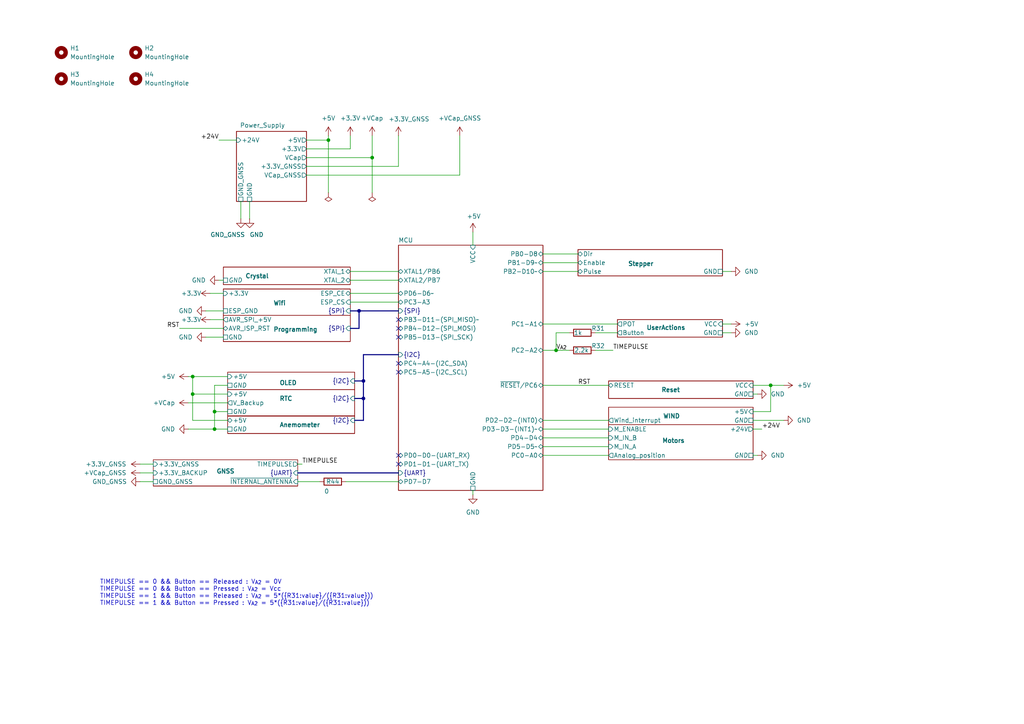
<source format=kicad_sch>
(kicad_sch (version 20231120) (generator "eeschema") (generator_version "8.0")
  (paper "A4")
  (title_block (title "SunTracker - Hierarchical schematic") (date "2024-04-17") (rev "1.0") (company "CREPP"))
  (lib_symbols
    (symbol "Device:R" (pin_numbers hide) (pin_names (offset 0))
      (property "Reference" "R" (at 2.032 0 90))
      (property "Value" "R" (at 0 0 90))
      (symbol "R_0_1"
        (rectangle (start -1.016 -2.54) (end 1.016 2.54) (stroke (width 0.254)))
      )
      (symbol "R_1_1"
        (pin passive line (at 0 3.81 270) (length 1.27) (name "~") (number "1"))
        (pin passive line (at 0 -3.81 90) (length 1.27) (name "~") (number "2"))
      )
    )
    (symbol "GND_1" (power) (pin_numbers hide) (pin_names (offset 0) hide)
      (property "Value" "GND" (at 0 -3.81 0))
      (symbol "GND_1_0_1"
        (polyline (pts (xy 0 0) (xy 0 -1.27) (xy 1.27 -1.27) (xy 0 -2.54) (xy -1.27 -1.27) (xy 0 -1.27)))
      )
      (symbol "GND_1_1_1"
        (pin power_in line (at 0 0 270) (length 0) (name "~") (number "1"))
      )
    )
    (symbol "Mechanical:MountingHole" (pin_names (offset 1.016))
      (property "Reference" "H" (at 0 5.08 0))
      (property "Value" "MountingHole" (at 0 3.175 0))
      (symbol "MountingHole_0_1"
        (circle (center 0 0) (radius 1.27) (stroke (width 1.27)))
      )
    )
    (symbol "power:+3.3V" (power) (pin_names (offset 0))
      (property "Value" "+3.3V" (at 0 3.556 0))
      (symbol "+3.3V_0_1"
        (polyline (pts (xy -0.762 1.27) (xy 0 2.54)))
        (polyline (pts (xy 0 0) (xy 0 2.54)))
        (polyline (pts (xy 0 2.54) (xy 0.762 1.27)))
      )
      (symbol "+3.3V_1_1"
        (pin power_in line (at 0 0 90) (length 0) hide (name "+3.3V") (number "1"))
      )
    )
    (symbol "power:+5V" (power) (pin_names (offset 0))
      (property "Value" "+5V" (at 0 3.556 0))
      (symbol "+5V_0_1"
        (polyline (pts (xy -0.762 1.27) (xy 0 2.54)))
        (polyline (pts (xy 0 0) (xy 0 2.54)))
        (polyline (pts (xy 0 2.54) (xy 0.762 1.27)))
      )
      (symbol "+5V_1_1"
        (pin power_in line (at 0 0 90) (length 0) hide (name "+5V") (number "1"))
      )
    )
    (symbol "power:GND" (power) (pin_names (offset 0))
      (property "Value" "GND" (at 0 -3.81 0))
      (symbol "GND_0_1"
        (polyline (pts (xy 0 0) (xy 0 -1.27) (xy 1.27 -1.27) (xy 0 -2.54) (xy -1.27 -1.27) (xy 0 -1.27)))
      )
      (symbol "GND_1_1"
        (pin power_in line (at 0 0 270) (length 0) hide (name "GND") (number "1"))
      )
    )
    (symbol "power:PWR_FLAG" (power) (pin_numbers hide) (pin_names (offset 0) hide)
      (property "Value" "PWR_FLAG" (at 0 3.81 0))
      (symbol "PWR_FLAG_0_0"
        (pin power_out line (at 0 0 90) (length 0) (name "~") (number "1"))
      )
      (symbol "PWR_FLAG_0_1"
        (polyline (pts (xy 0 0) (xy 0 1.27) (xy -1.016 1.905) (xy 0 2.54) (xy 1.016 1.905) (xy 0 1.27)))
      )
    )
  )
  (bus_alias "" (members))
  (bus_alias "I2C" (members "SDA" "SCL"))
  (bus_alias "SPI" (members "MOSI" "MISO" "CLK"))
  (bus_alias "UART" (members "RX" "TX"))
  (junction (at 107.95 45.72))
  (junction (at 223.52 111.76))
  (junction (at 105.41 115.57))
  (junction (at 55.88 109.22))
  (junction (at 55.88 114.3))
  (junction (at 104.14 90.17))
  (junction (at 62.23 124.46))
  (junction (at 105.41 110.49))
  (junction (at 95.25 40.64))
  (junction (at 62.23 119.38))
  (junction (at 161.29 101.6))
  (no_connect (at 115.57 92.71))
  (no_connect (at 115.57 134.62))
  (no_connect (at 115.57 105.41))
  (no_connect (at 115.57 107.95))
  (no_connect (at 115.57 97.79))
  (no_connect (at 115.57 95.25))
  (no_connect (at 115.57 132.08))
  (wire (pts (xy 101.6 43.18) (xy 88.9 43.18)))
  (wire (pts (xy 66.04 119.38) (xy 62.23 119.38)))
  (wire (pts (xy 62.23 111.76) (xy 62.23 119.38)))
  (wire (pts (xy 157.48 121.92) (xy 176.53 121.92)))
  (wire (pts (xy 40.64 139.7) (xy 44.45 139.7)))
  (wire (pts (xy 55.88 121.92) (xy 55.88 114.3)))
  (wire (pts (xy 218.44 132.08) (xy 219.71 132.08)))
  (wire (pts (xy 66.04 111.76) (xy 62.23 111.76)))
  (wire (pts (xy 54.61 116.84) (xy 66.04 116.84)))
  (wire (pts (xy 59.69 90.17) (xy 64.77 90.17)))
  (wire (pts (xy 223.52 111.76) (xy 218.44 111.76)))
  (wire (pts (xy 69.85 58.42) (xy 69.85 63.5)))
  (wire (pts (xy 218.44 114.3) (xy 219.71 114.3)))
  (bus (pts (xy 105.41 110.49) (xy 105.41 115.57)))
  (wire (pts (xy 133.35 50.8) (xy 88.9 50.8)))
  (wire (pts (xy 52.07 95.25) (xy 64.77 95.25)))
  (wire (pts (xy 101.6 39.37) (xy 101.6 43.18)))
  (wire (pts (xy 218.44 119.38) (xy 223.52 119.38)))
  (wire (pts (xy 209.55 78.74) (xy 212.09 78.74)))
  (wire (pts (xy 218.44 124.46) (xy 220.98 124.46)))
  (wire (pts (xy 95.25 40.64) (xy 88.9 40.64)))
  (wire (pts (xy 62.23 119.38) (xy 62.23 124.46)))
  (wire (pts (xy 115.57 39.37) (xy 115.57 48.26)))
  (wire (pts (xy 100.33 139.7) (xy 115.57 139.7)))
  (wire (pts (xy 115.57 48.26) (xy 88.9 48.26)))
  (wire (pts (xy 59.69 97.79) (xy 64.77 97.79)))
  (bus (pts (xy 102.87 121.92) (xy 105.41 121.92)))
  (wire (pts (xy 223.52 119.38) (xy 223.52 111.76)))
  (wire (pts (xy 209.55 93.98) (xy 212.09 93.98)))
  (wire (pts (xy 157.48 78.74) (xy 167.64 78.74)))
  (wire (pts (xy 157.48 73.66) (xy 167.64 73.66)))
  (wire (pts (xy 161.29 96.52) (xy 165.1 96.52)))
  (wire (pts (xy 88.9 45.72) (xy 107.95 45.72)))
  (wire (pts (xy 54.61 109.22) (xy 55.88 109.22)))
  (bus (pts (xy 105.41 115.57) (xy 105.41 121.92)))
  (bus (pts (xy 104.14 90.17) (xy 104.14 95.25)))
  (bus (pts (xy 104.14 90.17) (xy 115.57 90.17)))
  (wire (pts (xy 86.36 139.7) (xy 92.71 139.7)))
  (wire (pts (xy 137.16 67.31) (xy 137.16 71.12)))
  (bus (pts (xy 105.41 102.87) (xy 105.41 110.49)))
  (wire (pts (xy 40.64 137.16) (xy 44.45 137.16)))
  (wire (pts (xy 72.39 58.42) (xy 72.39 63.5)))
  (wire (pts (xy 60.96 85.09) (xy 64.77 85.09)))
  (wire (pts (xy 101.6 78.74) (xy 115.57 78.74)))
  (wire (pts (xy 172.72 101.6) (xy 177.8 101.6)))
  (wire (pts (xy 60.96 92.71) (xy 64.77 92.71)))
  (wire (pts (xy 107.95 39.37) (xy 107.95 45.72)))
  (wire (pts (xy 137.16 142.24) (xy 137.16 143.51)))
  (wire (pts (xy 95.25 40.64) (xy 95.25 55.88)))
  (wire (pts (xy 101.6 81.28) (xy 115.57 81.28)))
  (wire (pts (xy 63.5 40.64) (xy 68.58 40.64)))
  (bus (pts (xy 101.6 95.25) (xy 104.14 95.25)))
  (wire (pts (xy 54.61 124.46) (xy 62.23 124.46)))
  (wire (pts (xy 157.48 76.2) (xy 167.64 76.2)))
  (wire (pts (xy 95.25 39.37) (xy 95.25 40.64)))
  (wire (pts (xy 209.55 96.52) (xy 212.09 96.52)))
  (wire (pts (xy 172.72 96.52) (xy 179.07 96.52)))
  (wire (pts (xy 157.48 132.08) (xy 176.53 132.08)))
  (bus (pts (xy 102.87 110.49) (xy 105.41 110.49)))
  (wire (pts (xy 40.64 134.62) (xy 44.45 134.62)))
  (wire (pts (xy 107.95 45.72) (xy 107.95 55.88)))
  (wire (pts (xy 66.04 121.92) (xy 55.88 121.92)))
  (wire (pts (xy 157.48 127) (xy 176.53 127)))
  (wire (pts (xy 66.04 114.3) (xy 55.88 114.3)))
  (wire (pts (xy 86.36 134.62) (xy 87.63 134.62)))
  (wire (pts (xy 157.48 124.46) (xy 176.53 124.46)))
  (bus (pts (xy 105.41 102.87) (xy 115.57 102.87)))
  (wire (pts (xy 227.33 111.76) (xy 223.52 111.76)))
  (wire (pts (xy 157.48 101.6) (xy 161.29 101.6)))
  (wire (pts (xy 66.04 109.22) (xy 55.88 109.22)))
  (wire (pts (xy 157.48 111.76) (xy 176.53 111.76)))
  (bus (pts (xy 101.6 90.17) (xy 104.14 90.17)))
  (wire (pts (xy 218.44 121.92) (xy 227.33 121.92)))
  (wire (pts (xy 161.29 101.6) (xy 165.1 101.6)))
  (wire (pts (xy 101.6 85.09) (xy 115.57 85.09)))
  (wire (pts (xy 133.35 39.37) (xy 133.35 50.8)))
  (wire (pts (xy 101.6 87.63) (xy 115.57 87.63)))
  (wire (pts (xy 161.29 96.52) (xy 161.29 101.6)))
  (wire (pts (xy 55.88 114.3) (xy 55.88 109.22)))
  (wire (pts (xy 66.04 124.46) (xy 62.23 124.46)))
  (bus (pts (xy 102.87 115.57) (xy 105.41 115.57)))
  (wire (pts (xy 63.5 81.28) (xy 64.77 81.28)))
  (bus (pts (xy 86.36 137.16) (xy 115.57 137.16)))
  (wire (pts (xy 157.48 129.54) (xy 176.53 129.54)))
  (wire (pts (xy 157.48 93.98) (xy 179.07 93.98)))
  (text "TIMEPULSE == 0 && Button == Released : V_{A2} = 0V\nTIMEPULSE == 0 && Button == Pressed : V_{A2} = Vcc\nTIMEPULSE == 1 && Button == Released : V_{A2} = 5*({R31:value}/({R31:value}))\nTIMEPULSE == 1 && Button == Pressed : V_{A2} = 5*({R31:value}/({R31:value}))" (at 28.956 171.958 0) (effects (font (size 1.27 1.27)) (justify left)))
  (label "RST" (at 52.07 95.25 180))
  (label "+24V" (at 220.98 124.46 0))
  (label "TIMEPULSE" (at 87.63 134.62 0))
  (label "TIMEPULSE" (at 177.8 101.6 0))
  (label "RST" (at 167.64 111.76 0))
  (label "+24V" (at 63.5 40.64 180))
  (label "V_{A_{2}}" (at 161.29 101.6 0))
  (symbol (lib_name "GND_1") (lib_id "power:GND") (at 72.39 63.5 0) (unit 1)
    (property "Reference" "#PWR01" (effects (hide yes)))
    (property "Value" "GND" (at 74.422 68.072 0))
    (property "Description" "Power symbol creates a global label with name \"GND\" , ground" (effects (hide yes)))
  )
  (symbol (lib_id "power:+5V") (at 212.09 93.98 270) (unit 1)
    (property "Reference" "#PWR020" (effects (hide yes)))
    (property "Value" "+5V" (at 215.9 93.9799 90) (effects (justify left)))
  )
  (symbol (lib_id "power:+3.3V") (at 40.64 137.16 90) (unit 1)
    (property "Reference" "#PWR037" (effects (hide yes)))
    (property "Value" "+VCap_GNSS" (at 30.48 137.16 90))
  )
  (symbol (lib_id "power:+3.3V") (at 54.61 116.84 90) (unit 1)
    (property "Reference" "#PWR040" (effects (hide yes)))
    (property "Value" "+VCap" (at 50.8 116.8399 90) (effects (justify left)))
  )
  (symbol (lib_id "power:GND") (at 59.69 90.17 270) (unit 1)
    (property "Reference" "#PWR017" (effects (hide yes)))
    (property "Value" "GND" (at 55.88 90.1701 90) (effects (justify right)))
  )
  (symbol (lib_id "power:+3.3V") (at 40.64 134.62 90) (unit 1)
    (property "Reference" "#PWR010" (effects (hide yes)))
    (property "Value" "+3.3V_GNSS" (at 30.734 134.62 90))
  )
  (symbol (lib_id "power:PWR_FLAG") (at 95.25 55.88 180) (unit 1)
    (property "Reference" "#FLG01" (effects (hide yes)))
    (property "Value" "PWR_FLAG" (effects (hide yes)))
    (property "Description" "Special symbol for telling ERC where power comes from" (effects (hide yes)))
  )
  (symbol (lib_id "power:+5V") (at 227.33 111.76 270) (unit 1)
    (property "Reference" "#PWR012" (effects (hide yes)))
    (property "Value" "+5V" (at 231.14 111.7599 90) (effects (justify left)))
  )
  (symbol (lib_id "power:+5V") (at 95.25 39.37 0) (unit 1)
    (property "Reference" "#PWR02" (effects (hide yes)))
    (property "Value" "+5V" (at 95.25 34.29 0))
  )
  (symbol (lib_id "power:GND") (at 219.71 132.08 90) (unit 1)
    (property "Reference" "#PWR013" (effects (hide yes)))
    (property "Value" "GND" (at 223.52 132.0799 90) (effects (justify right)))
  )
  (symbol (lib_id "power:+5V") (at 137.16 67.31 0) (unit 1)
    (property "Reference" "#PWR06" (effects (hide yes)))
    (property "Value" "+5V" (at 137.414 62.738 0))
  )
  (symbol (lib_name "GND_1") (lib_id "power:GND") (at 54.61 124.46 270) (unit 1)
    (property "Reference" "#PWR039" (effects (hide yes)))
    (property "Value" "GND" (at 50.8 124.4599 90) (effects (justify right)))
    (property "Description" "Power symbol creates a global label with name \"GND\" , ground" (effects (hide yes)))
  )
  (symbol (lib_id "power:+3.3V") (at 101.6 39.37 0) (unit 1)
    (property "Reference" "#PWR03" (effects (hide yes)))
    (property "Value" "+3.3V" (at 101.6 34.29 0))
  )
  (symbol (lib_id "power:GND") (at 219.71 114.3 90) (unit 1)
    (property "Reference" "#PWR011" (effects (hide yes)))
    (property "Value" "GND" (at 223.52 114.2999 90) (effects (justify right)))
  )
  (symbol (lib_id "Device:R") (at 168.91 96.52 90) (unit 1)
    (property "Reference" "R31" (at 173.482 95.25 90))
    (property "Value" "1k" (at 167.64 96.52 90))
    (property "Footprint" "Resistor_THT:R_Axial_DIN0207_L6.3mm_D2.5mm_P7.62mm_Horizontal" (effects (hide yes)))
  )
  (symbol (lib_id "power:GND") (at 59.69 97.79 270) (unit 1)
    (property "Reference" "#PWR029" (effects (hide yes)))
    (property "Value" "GND" (at 55.88 97.7901 90) (effects (justify right)))
  )
  (symbol (lib_id "Mechanical:MountingHole") (at 17.78 22.86 0) (unit 1)
    (property "Reference" "H3" (at 20.32 21.59 0) (effects (justify left)))
    (property "Value" "MountingHole" (at 20.32 24.13 0) (effects (justify left)))
    (property "Footprint" "MountingHole:MountingHole_3mm" (effects (hide yes)))
  )
  (symbol (lib_id "power:GND") (at 212.09 96.52 90) (unit 1)
    (property "Reference" "#PWR019" (effects (hide yes)))
    (property "Value" "GND" (at 215.9 96.5199 90) (effects (justify right)))
  )
  (symbol (lib_id "Device:R") (at 168.91 101.6 90) (unit 1)
    (property "Reference" "R32" (at 173.482 100.33 90))
    (property "Value" "2.2k" (at 168.656 101.6 90))
    (property "Footprint" "Resistor_THT:R_Axial_DIN0207_L6.3mm_D2.5mm_P7.62mm_Horizontal" (effects (hide yes)))
  )
  (symbol (lib_id "power:+5V") (at 54.61 109.22 90) (unit 1)
    (property "Reference" "#PWR07" (effects (hide yes)))
    (property "Value" "+5V" (at 50.8 109.2199 90) (effects (justify left)))
  )
  (symbol (lib_name "GND_1") (lib_id "power:GND") (at 63.5 81.28 270) (unit 1)
    (property "Reference" "#PWR041" (effects (hide yes)))
    (property "Value" "GND" (at 59.69 81.2799 90) (effects (justify right)))
    (property "Description" "Power symbol creates a global label with name \"GND\" , ground" (effects (hide yes)))
  )
  (symbol (lib_id "Device:R") (at 96.52 139.7 90) (unit 1)
    (property "Reference" "R44" (at 96.52 139.7 90))
    (property "Value" "0" (at 94.742 142.494 90))
    (property "Footprint" "Resistor_SMD:R_0603_1608Metric" (effects (hide yes)))
  )
  (symbol (lib_id "Mechanical:MountingHole") (at 39.37 22.86 0) (unit 1)
    (property "Reference" "H4" (at 41.91 21.59 0) (effects (justify left)))
    (property "Value" "MountingHole" (at 41.91 24.13 0) (effects (justify left)))
    (property "Footprint" "MountingHole:MountingHole_3mm" (effects (hide yes)))
  )
  (symbol (lib_name "GND_1") (lib_id "power:GND") (at 69.85 63.5 0) (unit 1)
    (property "Reference" "#PWR016" (effects (hide yes)))
    (property "Value" "GND_GNSS" (at 66.04 68.072 0))
    (property "Description" "Power symbol creates a global label with name \"GND\" , ground" (effects (hide yes)))
  )
  (symbol (lib_id "Mechanical:MountingHole") (at 39.37 15.24 0) (unit 1)
    (property "Reference" "H2" (at 41.91 13.97 0) (effects (justify left)))
    (property "Value" "MountingHole" (at 41.91 16.51 0) (effects (justify left)))
    (property "Footprint" "MountingHole:MountingHole_3mm" (effects (hide yes)))
  )
  (symbol (lib_id "power:GND") (at 212.09 78.74 90) (unit 1)
    (property "Reference" "#PWR018" (effects (hide yes)))
    (property "Value" "GND" (at 215.9 78.7399 90) (effects (justify right)))
  )
  (symbol (lib_id "Mechanical:MountingHole") (at 17.78 15.24 0) (unit 1)
    (property "Reference" "H1" (at 20.32 13.97 0) (effects (justify left)))
    (property "Value" "MountingHole" (at 20.32 16.51 0) (effects (justify left)))
    (property "Footprint" "MountingHole:MountingHole_3mm" (effects (hide yes)))
  )
  (symbol (lib_name "GND_1") (lib_id "power:GND") (at 137.16 143.51 0) (unit 1)
    (property "Reference" "#PWR09" (effects (hide yes)))
    (property "Value" "GND" (at 137.16 148.59 0))
    (property "Description" "Power symbol creates a global label with name \"GND\" , ground" (effects (hide yes)))
  )
  (symbol (lib_id "power:+3.3V") (at 115.57 39.37 0) (unit 1)
    (property "Reference" "#PWR035" (effects (hide yes)))
    (property "Value" "+3.3V_GNSS" (at 118.618 34.544 0))
  )
  (symbol (lib_id "power:+3.3V") (at 60.96 85.09 90) (unit 1)
    (property "Reference" "#PWR015" (effects (hide yes)))
    (property "Value" "+3.3V" (at 58.42 85.0899 90) (effects (justify left)))
  )
  (symbol (lib_id "power:+3.3V") (at 133.35 39.37 0) (unit 1)
    (property "Reference" "#PWR05" (effects (hide yes)))
    (property "Value" "+VCap_GNSS" (at 133.35 34.29 0))
  )
  (symbol (lib_id "power:+3.3V") (at 60.96 92.71 90) (unit 1)
    (property "Reference" "#PWR08" (effects (hide yes)))
    (property "Value" "+3.3V" (at 58.42 92.7099 90) (effects (justify left)))
  )
  (symbol (lib_id "power:GND") (at 227.33 121.92 90) (unit 1)
    (property "Reference" "#PWR014" (effects (hide yes)))
    (property "Value" "GND" (at 231.14 121.9199 90) (effects (justify right)))
  )
  (symbol (lib_id "power:PWR_FLAG") (at 107.95 55.88 180) (unit 1)
    (property "Reference" "#FLG03" (effects (hide yes)))
    (property "Value" "PWR_FLAG" (effects (hide yes)))
    (property "Description" "Special symbol for telling ERC where power comes from" (effects (hide yes)))
  )
  (symbol (lib_id "power:+3.3V") (at 107.95 39.37 0) (unit 1)
    (property "Reference" "#PWR04" (effects (hide yes)))
    (property "Value" "+VCap" (at 107.95 34.29 0))
  )
  (symbol (lib_name "GND_1") (lib_id "power:GND") (at 40.64 139.7 270) (unit 1)
    (property "Reference" "#PWR038" (effects (hide yes)))
    (property "Value" "GND_GNSS" (at 36.83 139.6999 90) (effects (justify right)))
    (property "Description" "Power symbol creates a global label with name \"GND\" , ground" (effects (hide yes)))
  )
  (sheet (at 176.53 118.11) (size 41.91 5.08) (stroke (width 0.1524))
    (property "Sheetname" "WIND" (at 192.278 121.412 0) (effects (font (bold yes)) (justify left bottom)))
    (property "Sheetfile" "Modules/WIND.kicad_sch" (effects (hide yes)))
    (pin "GND" passive (at 218.44 121.92 0) (effects (font (italic yes))))
    (pin "Wind_interrupt" output (at 176.53 121.92 180))
    (pin "+5V" input (at 218.44 119.38 0))
  )
  (sheet (at 179.07 92.71) (size 30.48 5.08) (stroke (width 0.1524))
    (property "Sheetname" "UserActions" (at 187.452 95.758 0) (effects (font (bold yes)) (justify left bottom)))
    (property "Sheetfile" "UserActions.kicad_sch" (effects (hide yes)))
    (pin "VCC" input (at 209.55 93.98 0))
    (pin "Button" output (at 179.07 96.52 180))
    (pin "POT" output (at 179.07 93.98 180))
    (pin "GND" passive (at 209.55 96.52 0))
  )
  (sheet (at 176.53 123.19) (size 41.91 10.16) (stroke (width 0.1524))
    (property "Sheetname" "Motors" (at 192.024 128.524 0) (effects (font (bold yes)) (justify left bottom)))
    (property "Sheetfile" "../../../Electronique/Kicad/Motor_Control/Motor_Control.kicad_sch" (effects (hide yes)))
    (pin "M_IN_B" input (at 176.53 127 180))
    (pin "M_IN_A" input (at 176.53 129.54 180))
    (pin "M_ENABLE" input (at 176.53 124.46 180))
    (pin "GND" passive (at 218.44 132.08 0) (effects (font (italic yes))))
    (pin "+24V" output (at 218.44 124.46 0) (effects (font (italic yes))))
    (pin "Analog_position" output (at 176.53 132.08 180))
  )
  (sheet (at 68.58 38.1) (size 20.32 20.32) (stroke (width 0.1524))
    (property "Sheetname" "Power_Supply" (at 69.596 37.084 0) (effects (justify left bottom)))
    (property "Sheetfile" "Modules/Power_supply.kicad_sch" (effects (hide yes)))
    (pin "GND" passive (at 72.39 58.42 270))
    (pin "+24V" input (at 68.58 40.64 180))
    (pin "+5V" output (at 88.9 40.64 0))
    (pin "+3.3V" output (at 88.9 43.18 0))
    (pin "VCap" output (at 88.9 45.72 0))
    (pin "+3.3V_GNSS" output (at 88.9 48.26 0))
    (pin "GND_GNSS" passive (at 69.85 58.42 270))
    (pin "VCap_GNSS" output (at 88.9 50.8 0))
  )
  (sheet (at 66.04 113.03) (size 36.83 7.62) (stroke (width 0.1524))
    (property "Sheetname" "RTC" (at 81.026 116.332 0) (effects (font (bold yes)) (justify left bottom)))
    (property "Sheetfile" "Modules/RTC.kicad_sch" (effects (hide yes)))
    (pin "GND" passive (at 66.04 119.38 180) (effects (font (italic yes))))
    (pin "+5V" input (at 66.04 114.3 180) (effects (font (italic yes))))
    (pin "{I2C}" input (at 102.87 115.57 0))
    (pin "V_Backup" output (at 66.04 116.84 180))
  )
  (sheet (at 64.77 83.82) (size 36.83 7.62) (stroke (width 0.1524))
    (property "Sheetname" "Wifi" (at 79.248 88.646 0) (effects (font (bold yes)) (justify left bottom)))
    (property "Sheetfile" "Modules/Wifi.kicad_sch" (effects (hide yes)))
    (pin "ESP_GND" passive (at 64.77 90.17 180))
    (pin "+3.3V" input (at 64.77 85.09 180))
    (pin "ESP_CE" bidirectional (at 101.6 85.09 0))
    (pin "{SPI}" input (at 101.6 90.17 0))
    (pin "ESP_CS" input (at 101.6 87.63 0))
  )
  (sheet (at 115.57 71.12) (size 41.91 71.12) (stroke (width 0.1524))
    (property "Sheetname" "MCU" (at 115.57 70.4084 0) (effects (justify left bottom)))
    (property "Sheetfile" "Modules/MCU.kicad_sch" (effects (hide yes)))
    (pin "VCC" input (at 137.16 71.12 90))
    (pin "~{RESET}/PC6" bidirectional (at 157.48 111.76 0))
    (pin "XTAL1/PB6" bidirectional (at 115.57 78.74 180))
    (pin "XTAL2/PB7" bidirectional (at 115.57 81.28 180))
    (pin "PC2-A2" bidirectional (at 157.48 101.6 0))
    (pin "PC3-A3" bidirectional (at 115.57 87.63 180))
    (pin "PC1-A1" bidirectional (at 157.48 93.98 0))
    (pin "PC0-A0" bidirectional (at 157.48 132.08 0))
    (pin "{I2C}" input (at 115.57 102.87 180))
    (pin "{SPI}" input (at 115.57 90.17 180))
    (pin "{UART}" input (at 115.57 137.16 180))
    (pin "PD2-D2-(INT0)" bidirectional (at 157.48 121.92 0))
    (pin "PD3-D3-(INT1)~" bidirectional (at 157.48 124.46 0))
    (pin "PD4-D4" bidirectional (at 157.48 127 0))
    (pin "PB0-D8" bidirectional (at 157.48 73.66 0))
    (pin "PD7-D7" bidirectional (at 115.57 139.7 180))
    (pin "PD6-D6~" bidirectional (at 115.57 85.09 180))
    (pin "PB1-D9~" bidirectional (at 157.48 76.2 0))
    (pin "PB2-D10~" bidirectional (at 157.48 78.74 0))
    (pin "PB4-D12-(SPI_MOSI)" bidirectional (at 115.57 95.25 180))
    (pin "PB5-D13-(SPI_SCK)" bidirectional (at 115.57 97.79 180))
    (pin "PB3-D11-(SPI_MISO)~" bidirectional (at 115.57 92.71 180))
    (pin "PC4-A4-(I2C_SDA)" bidirectional (at 115.57 105.41 180))
    (pin "PD0-D0-(UART_RX)" bidirectional (at 115.57 132.08 180))
    (pin "PC5-A5-(I2C_SCL)" bidirectional (at 115.57 107.95 180))
    (pin "PD1-D1-(UART_TX)" bidirectional (at 115.57 134.62 180))
    (pin "PD5-D5~" bidirectional (at 157.48 129.54 0))
    (pin "GND" passive (at 137.16 142.24 270))
  )
  (sheet (at 64.77 91.44) (size 36.83 7.62) (stroke (width 0.1524))
    (property "Sheetname" "Programming" (at 79.248 96.266 0) (effects (font (bold yes)) (justify left bottom)))
    (property "Sheetfile" "Modules/Programming.kicad_sch" (effects (hide yes)))
    (pin "{SPI}" input (at 101.6 95.25 0))
    (pin "GND" passive (at 64.77 97.79 180))
    (pin "AVR_ISP_RST" bidirectional (at 64.77 95.25 180))
    (pin "AVR_SPI_+5V" output (at 64.77 92.71 180))
  )
  (sheet (at 44.45 133.35) (size 41.91 7.62) (stroke (width 0.1524))
    (property "Sheetname" "GNSS" (at 62.738 137.414 0) (effects (font (bold yes)) (justify left bottom)))
    (property "Sheetfile" "Modules/GNSS.kicad_sch" (effects (hide yes)))
    (pin "~{INTERNAL_ANTENNA}" input (at 86.36 139.7 0))
    (pin "TIMEPULSE" output (at 86.36 134.62 0))
    (pin "{UART}" input (at 86.36 137.16 0))
    (pin "+3.3V_GNSS" input (at 44.45 134.62 180))
    (pin "+3.3V_BACKUP" input (at 44.45 137.16 180))
    (pin "GND_GNSS" passive (at 44.45 139.7 180))
  )
  (sheet (at 64.77 77.47) (size 36.83 5.08) (stroke (width 0.1524))
    (property "Sheetname" "Crystal" (at 71.12 80.772 0) (effects (font (bold yes)) (justify left bottom)))
    (property "Sheetfile" "Modules/Xtal.kicad_sch" (effects (hide yes)))
    (pin "XTAl_1" bidirectional (at 101.6 78.74 0))
    (pin "XTAl_2" bidirectional (at 101.6 81.28 0))
    (pin "GND" passive (at 64.77 81.28 180) (effects (font (italic yes))))
  )
  (sheet (at 176.53 110.49) (size 41.91 5.08) (stroke (width 0.1524))
    (property "Sheetname" "Reset" (at 191.77 113.792 0) (effects (font (bold yes)) (justify left bottom)))
    (property "Sheetfile" "Modules/Reset.kicad_sch" (effects (hide yes)))
    (pin "GND" passive (at 218.44 114.3 0) (effects (font (italic yes))))
    (pin "RESET" bidirectional (at 176.53 111.76 180))
    (pin "VCC" input (at 218.44 111.76 0) (effects (font (italic yes))))
  )
  (sheet (at 167.64 72.39) (size 41.91 7.62) (stroke (width 0.1524))
    (property "Sheetname" "Stepper" (at 182.118 77.216 0) (effects (font (bold yes)) (justify left bottom)))
    (property "Sheetfile" "Modules/Stepper.kicad_sch" (effects (hide yes)))
    (pin "Dir" bidirectional (at 167.64 73.66 180))
    (pin "Pulse" bidirectional (at 167.64 78.74 180))
    (pin "Enable" bidirectional (at 167.64 76.2 180))
    (pin "GND" passive (at 209.55 78.74 0))
  )
  (sheet (at 66.04 107.95) (size 36.83 5.08) (stroke (width 0.1524))
    (property "Sheetname" "OLED" (at 81.026 111.76 0) (effects (font (bold yes)) (justify left bottom)))
    (property "Sheetfile" "Modules/OLED.kicad_sch" (effects (hide yes)))
    (pin "GND" passive (at 66.04 111.76 180) (effects (font (italic yes))))
    (pin "+5V" input (at 66.04 109.22 180) (effects (font (italic yes))))
    (pin "{I2C}" input (at 102.87 110.49 0))
  )
  (sheet (at 66.04 120.65) (size 36.83 5.08) (stroke (width 0.1524))
    (property "Sheetname" "Anemometer" (at 81.026 123.952 0) (effects (font (bold yes)) (justify left bottom)))
    (property "Sheetfile" "Modules/Anemometer.kicad_sch" (effects (hide yes)))
    (pin "GND" passive (at 66.04 124.46 180) (effects (font (italic yes))))
    (pin "{I2C}" input (at 102.87 121.92 0))
    (pin "+5V" bidirectional (at 66.04 121.92 180))
  )
)
</source>
